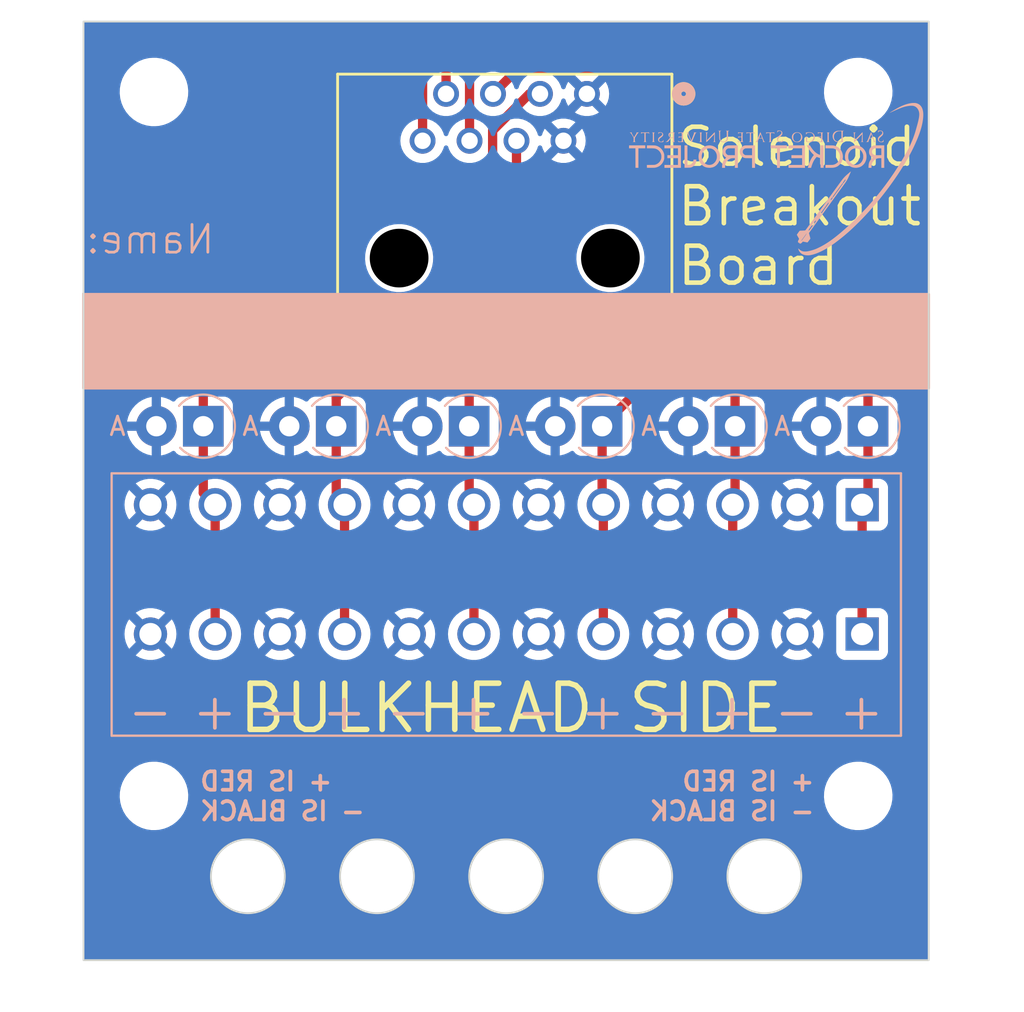
<source format=kicad_pcb>
(kicad_pcb (version 20221018) (generator pcbnew)
  (layers (0 "F.Cu" signal) (31 "B.Cu" power) (34 "B.Paste" user) (35 "F.Paste" user) (36 "B.SilkS" user "B.Silkscreen") (37 "F.SilkS" user "F.Silkscreen") (38 "B.Mask" user) (39 "F.Mask" user) (44 "Edge.Cuts" user))
  (net 0 "")
  (net 1 "SOL 1")
  (net 2 "GND")
  (net 3 "SOL 2")
  (net 4 "SOL 3")
  (net 5 "SOL 4")
  (net 6 "SOL 5")
  (net 7 "SOL 6")
  (footprint "MountingHole:MountingHole_3.2mm_M3" (layer "F.Cu") (at 29.21 29.21)
    (fp_text reference "H1" hide)
    (fp_text value "MountingHole")
    (pad "" np_thru_hole circle (at 0 0) (size 3.2 3.2) (drill 3.2) (layers "*.Cu" "*.Mask"))
  )
  (footprint "MTJ_883X1:CONN_MTJ-883X1_ADM" (layer "F.Cu") (at 52.6316 29.3107)
    (fp_text reference "U1" hide)
    (fp_text value "MTJ-883X1")
    (pad "" np_thru_hole circle (at -10.16 8.89) (size 3.175 3.175) (drill 3.175) (layers "*.Mask"))
    (pad "" np_thru_hole circle (at 1.27 8.89) (size 3.175 3.175) (drill 3.175) (layers "*.Mask"))
    (pad "1" thru_hole circle (at 0 0) (size 1.397 1.397) (drill 0.889) (layers "*.Cu" "*.Mask") (net 2 "GND"))
    (pad "2" thru_hole circle (at -1.27 2.54) (size 1.397 1.397) (drill 0.889) (layers "*.Cu" "*.Mask") (net 2 "GND"))
    (pad "3" thru_hole circle (at -2.54 0) (size 1.397 1.397) (drill 0.889) (layers "*.Cu" "*.Mask") (net 7 "SOL 6"))
    (pad "4" thru_hole circle (at -3.81 2.54) (size 1.397 1.397) (drill 0.889) (layers "*.Cu" "*.Mask") (net 6 "SOL 5"))
    (pad "5" thru_hole circle (at -5.08 0) (size 1.397 1.397) (drill 0.889) (layers "*.Cu" "*.Mask") (net 5 "SOL 4"))
    (pad "6" thru_hole circle (at -6.35 2.54) (size 1.397 1.397) (drill 0.889) (layers "*.Cu" "*.Mask") (net 4 "SOL 3"))
    (pad "7" thru_hole circle (at -7.62 0) (size 1.397 1.397) (drill 0.889) (layers "*.Cu" "*.Mask") (net 3 "SOL 2"))
    (pad "8" thru_hole circle (at -8.89 2.54) (size 1.397 1.397) (drill 0.889) (layers "*.Cu" "*.Mask") (net 1 "SOL 1"))
  )
  (footprint "MountingHole:MountingHole_3.2mm_M3" (layer "F.Cu") (at 67.31 29.21)
    (fp_text reference "H2" hide)
    (fp_text value "MountingHole")
    (pad "" np_thru_hole circle (at 0 0) (size 3.2 3.2) (drill 3.2) (layers "*.Cu" "*.Mask"))
  )
  (footprint "MountingHole:MountingHole_3.2mm_M3" (layer "F.Cu") (at 67.31 67.31)
    (fp_text reference "H3" hide)
    (fp_text value "MountingHole")
    (pad "" np_thru_hole circle (at 0 0) (size 3.2 3.2) (drill 3.2) (layers "*.Cu" "*.Mask"))
  )
  (footprint "MountingHole:MountingHole_3.2mm_M3" (layer "F.Cu") (at 29.21 67.31)
    (fp_text reference "H4" hide)
    (fp_text value "MountingHole")
    (pad "" np_thru_hole circle (at 0 0) (size 3.2 3.2) (drill 3.2) (layers "*.Cu" "*.Mask"))
  )
  (footprint "TBLH10_350_12BK:CUI_TBLH10-350-12BK" (layer "B.Cu") (at 67.52 51.55 180)
    (fp_text reference "J1" hide)
    (fp_text value "TBLH10-350-12BK")
    (pad "1_A" thru_hole rect (at 0 0 180) (size 1.8 1.8) (drill 1.2) (layers "*.Cu" "*.Mask") (net 1 "SOL 1"))
    (pad "1_B" thru_hole rect (at 0 -7 180) (size 1.8 1.8) (drill 1.2) (layers "*.Cu" "*.Mask") (net 1 "SOL 1"))
    (pad "2_A" thru_hole circle (at 3.5 0 180) (size 1.8 1.8) (drill 1.2) (layers "*.Cu" "*.Mask") (net 2 "GND"))
    (pad "2_B" thru_hole circle (at 3.5 -7 180) (size 1.8 1.8) (drill 1.2) (layers "*.Cu" "*.Mask") (net 2 "GND"))
    (pad "3_A" thru_hole circle (at 7 0 180) (size 1.8 1.8) (drill 1.2) (layers "*.Cu" "*.Mask") (net 3 "SOL 2"))
    (pad "3_B" thru_hole circle (at 7 -7 180) (size 1.8 1.8) (drill 1.2) (layers "*.Cu" "*.Mask") (net 3 "SOL 2"))
    (pad "4_A" thru_hole circle (at 10.5 0 180) (size 1.8 1.8) (drill 1.2) (layers "*.Cu" "*.Mask") (net 2 "GND"))
    (pad "4_B" thru_hole circle (at 10.5 -7 180) (size 1.8 1.8) (drill 1.2) (layers "*.Cu" "*.Mask") (net 2 "GND"))
    (pad "5_A" thru_hole circle (at 14 0 180) (size 1.8 1.8) (drill 1.2) (layers "*.Cu" "*.Mask") (net 4 "SOL 3"))
    (pad "5_B" thru_hole circle (at 14 -7 180) (size 1.8 1.8) (drill 1.2) (layers "*.Cu" "*.Mask") (net 4 "SOL 3"))
    (pad "6_A" thru_hole circle (at 17.5 0 180) (size 1.8 1.8) (drill 1.2) (layers "*.Cu" "*.Mask") (net 2 "GND"))
    (pad "6_B" thru_hole circle (at 17.5 -7 180) (size 1.8 1.8) (drill 1.2) (layers "*.Cu" "*.Mask") (net 2 "GND"))
    (pad "7_A" thru_hole circle (at 21 0 180) (size 1.8 1.8) (drill 1.2) (layers "*.Cu" "*.Mask") (net 5 "SOL 4"))
    (pad "7_B" thru_hole circle (at 21 -7 180) (size 1.8 1.8) (drill 1.2) (layers "*.Cu" "*.Mask") (net 5 "SOL 4"))
    (pad "8_A" thru_hole circle (at 24.5 0 180) (size 1.8 1.8) (drill 1.2) (layers "*.Cu" "*.Mask") (net 2 "GND"))
    (pad "8_B" thru_hole circle (at 24.5 -7 180) (size 1.8 1.8) (drill 1.2) (layers "*.Cu" "*.Mask") (net 2 "GND"))
    (pad "9_A" thru_hole circle (at 28 0 180) (size 1.8 1.8) (drill 1.2) (layers "*.Cu" "*.Mask") (net 6 "SOL 5"))
    (pad "9_B" thru_hole circle (at 28 -7 180) (size 1.8 1.8) (drill 1.2) (layers "*.Cu" "*.Mask") (net 6 "SOL 5"))
    (pad "10_A" thru_hole circle (at 31.5 0 180) (size 1.8 1.8) (drill 1.2) (layers "*.Cu" "*.Mask") (net 2 "GND"))
    (pad "10_B" thru_hole circle (at 31.5 -7 180) (size 1.8 1.8) (drill 1.2) (layers "*.Cu" "*.Mask") (net 2 "GND"))
    (pad "11_A" thru_hole circle (at 35 0 180) (size 1.8 1.8) (drill 1.2) (layers "*.Cu" "*.Mask") (net 7 "SOL 6"))
    (pad "11_B" thru_hole circle (at 35 -7 180) (size 1.8 1.8) (drill 1.2) (layers "*.Cu" "*.Mask") (net 7 "SOL 6"))
    (pad "12_A" thru_hole circle (at 38.5 0 180) (size 1.8 1.8) (drill 1.2) (layers "*.Cu" "*.Mask") (net 2 "GND"))
    (pad "12_B" thru_hole circle (at 38.5 -7 180) (size 1.8 1.8) (drill 1.2) (layers "*.Cu" "*.Mask") (net 2 "GND"))
  )
  (footprint "Diode_THT:D_DO-41_SOD81_P2.54mm_Vertical_AnodeUp" (layer "B.Cu") (at 60.646 47.3 180)
    (fp_text reference "D2" hide)
    (fp_text value "1N4007")
    (fp_text user "A" (at 4.64 0) (layer "B.SilkS") (effects (justify mirror)))
    (pad "1" thru_hole rect (at 0 0 180) (size 2.2 2.2) (drill 1.1) (layers "*.Cu" "*.Mask") (net 3 "SOL 2"))
    (pad "2" thru_hole oval (at 2.54 0 180) (size 2.2 2.2) (drill 1.1) (layers "*.Cu" "*.Mask") (net 2 "GND"))
  )
  (footprint "Diode_THT:D_DO-41_SOD81_P2.54mm_Vertical_AnodeUp" (layer "B.Cu") (at 67.838 47.3 180)
    (fp_text reference "D1" hide)
    (fp_text value "1N4007")
    (fp_text user "A" (at 4.64 0) (layer "B.SilkS") (effects (justify mirror)))
    (pad "1" thru_hole rect (at 0 0 180) (size 2.2 2.2) (drill 1.1) (layers "*.Cu" "*.Mask") (net 1 "SOL 1"))
    (pad "2" thru_hole oval (at 2.54 0 180) (size 2.2 2.2) (drill 1.1) (layers "*.Cu" "*.Mask") (net 2 "GND"))
  )
  (footprint "Diode_THT:D_DO-41_SOD81_P2.54mm_Vertical_AnodeUp" (layer "B.Cu") (at 46.262 47.3 180)
    (fp_text reference "D4" hide)
    (fp_text value "1N4007")
    (fp_text user "A" (at 4.64 0) (layer "B.SilkS") (effects (justify mirror)))
    (pad "1" thru_hole rect (at 0 0 180) (size 2.2 2.2) (drill 1.1) (layers "*.Cu" "*.Mask") (net 5 "SOL 4"))
    (pad "2" thru_hole oval (at 2.54 0 180) (size 2.2 2.2) (drill 1.1) (layers "*.Cu" "*.Mask") (net 2 "GND"))
  )
  (footprint "Diode_THT:D_DO-41_SOD81_P2.54mm_Vertical_AnodeUp" (layer "B.Cu") (at 53.454 47.3 180)
    (fp_text reference "D3" hide)
    (fp_text value "1N4007")
    (fp_text user "A" (at 4.64 0) (layer "B.SilkS") (effects (justify mirror)))
    (pad "1" thru_hole rect (at 0 0 180) (size 2.2 2.2) (drill 1.1) (layers "*.Cu" "*.Mask") (net 4 "SOL 3"))
    (pad "2" thru_hole oval (at 2.54 0 180) (size 2.2 2.2) (drill 1.1) (layers "*.Cu" "*.Mask") (net 2 "GND"))
  )
  (footprint "Diode_THT:D_DO-41_SOD81_P2.54mm_Vertical_AnodeUp" (layer "B.Cu") (at 31.878 47.3 180)
    (fp_text reference "D6" hide)
    (fp_text value "1N4007")
    (fp_text user "A" (at 4.64 0) (layer "B.SilkS") (effects (justify mirror)))
    (pad "1" thru_hole rect (at 0 0 180) (size 2.2 2.2) (drill 1.1) (layers "*.Cu" "*.Mask") (net 7 "SOL 6"))
    (pad "2" thru_hole oval (at 2.54 0 180) (size 2.2 2.2) (drill 1.1) (layers "*.Cu" "*.Mask") (net 2 "GND"))
  )
  (footprint "LOGO:RP_Logo" (layer "B.Cu") (at 62.87 33.93 180)
    (fp_text reference "G***" hide)
    (fp_text value "LOGO" hide)
  )
  (footprint "Diode_THT:D_DO-41_SOD81_P2.54mm_Vertical_AnodeUp" (layer "B.Cu") (at 39.07 47.3 180)
    (fp_text reference "D5" hide)
    (fp_text value "1N4007")
    (fp_text user "A" (at 4.64 0) (layer "B.SilkS") (effects (justify mirror)))
    (pad "1" thru_hole rect (at 0 0 180) (size 2.2 2.2) (drill 1.1) (layers "*.Cu" "*.Mask") (net 6 "SOL 5"))
    (pad "2" thru_hole oval (at 2.54 0 180) (size 2.2 2.2) (drill 1.1) (layers "*.Cu" "*.Mask") (net 2 "GND"))
  )
  (gr_rect (start 25.4 40.16) (end 71.12 45.24) (stroke (width 0.15)) (fill solid) (layer "B.SilkS"))
  (gr_circle (center 34.29 71.66) (end 36.29 71.66) (stroke (width 0.1)) (fill none) (layer "Edge.Cuts"))
  (gr_rect (start 25.4 25.4) (end 71.12 76.2) (stroke (width 0.1)) (fill none) (layer "Edge.Cuts"))
  (gr_circle (center 55.245 71.66) (end 57.245 71.66) (stroke (width 0.1)) (fill none) (layer "Edge.Cuts"))
  (gr_circle (center 41.275 71.66) (end 43.275 71.66) (stroke (width 0.1)) (fill none) (layer "Edge.Cuts"))
  (gr_circle (center 62.23 71.66) (end 64.23 71.66) (stroke (width 0.1)) (fill none) (layer "Edge.Cuts"))
  (gr_circle (center 48.26 71.66) (end 50.26 71.66) (stroke (width 0.1)) (fill none) (layer "Edge.Cuts"))
  (gr_text "Name:" (at 32.58 38.07) (layer "B.SilkS") (effects (font (size 1.5 1.5)) (justify left bottom mirror)))
  (gr_text "-" (at 65.352319 63.88) (layer "B.SilkS") (effects (font (size 2 2) (thickness 0.2)) (justify left bottom mirror)))
  (gr_text "+" (at 68.85 63.88) (layer "B.SilkS") (effects (font (size 2 2) (thickness 0.2)) (justify left bottom mirror)))
  (gr_text "+ IS RED\n- IS BLACK" (at 65.04 68.72) (layer "B.SilkS") (effects (font (size 1 1) (thickness 0.2)) (justify left bottom mirror)))
  (gr_text "-" (at 58.356957 63.88) (layer "B.SilkS") (effects (font (size 2 2) (thickness 0.2)) (justify left bottom mirror)))
  (gr_text "-" (at 44.366233 63.88) (layer "B.SilkS") (effects (font (size 2 2) (thickness 0.2)) (justify left bottom mirror)))
  (gr_text "+" (at 33.87319 63.88) (layer "B.SilkS") (effects (font (size 2 2) (thickness 0.2)) (justify left bottom mirror)))
  (gr_text "-" (at 30.375509 63.88) (layer "B.SilkS") (effects (font (size 2 2) (thickness 0.2)) (justify left bottom mirror)))
  (gr_text "-" (at 51.361595 63.88) (layer "B.SilkS") (effects (font (size 2 2) (thickness 0.2)) (justify left bottom mirror)))
  (gr_text "+" (at 40.868552 63.88) (layer "B.SilkS") (effects (font (size 2 2) (thickness 0.2)) (justify left bottom mirror)))
  (gr_text "-" (at 37.370871 63.88) (layer "B.SilkS") (effects (font (size 2 2) (thickness 0.2)) (justify left bottom mirror)))
  (gr_text "+ IS RED\n- IS BLACK" (at 31.6 68.72) (layer "B.SilkS") (effects (font (size 1 1) (thickness 0.2)) (justify right bottom mirror)))
  (gr_text "+" (at 47.863914 63.88) (layer "B.SilkS") (effects (font (size 2 2) (thickness 0.2)) (justify left bottom mirror)))
  (gr_text "+" (at 61.854638 63.88) (layer "B.SilkS") (effects (font (size 2 2) (thickness 0.2)) (justify left bottom mirror)))
  (gr_text "+" (at 54.859276 63.88) (layer "B.SilkS") (effects (font (size 2 2) (thickness 0.2)) (justify left bottom mirror)))
  (gr_text "Solenoid \nBreakout\nBoard\nV 1.0" (at 57.399 43.0061) (layer "F.SilkS") (effects (font (size 2 2) (thickness 0.25)) (justify left bottom)))
  (gr_text "BULKHEAD SIDE" (at 33.62 64.03) (layer "F.SilkS") (effects (font (size 2.5 2.5) (thickness 0.3)) (justify left bottom)))
  (segment (start 67.52 51.55) (end 67.52 58.55) (width 0.5) (layer "F.Cu") (net 1))
  (segment (start 43.7416 31.8507) (end 43.7416 27.2184) (width 0.5) (layer "F.Cu") (net 1))
  (segment (start 67.838 51.232) (end 67.52 51.55) (width 0.5) (layer "F.Cu") (net 1))
  (segment (start 43.7416 27.2184) (end 45.07 25.89) (width 0.5) (layer "F.Cu") (net 1))
  (segment (start 67.838 47.3) (end 67.838 51.232) (width 0.5) (layer "F.Cu") (net 1))
  (segment (start 59.23 25.89) (end 67.838 34.498) (width 0.5) (layer "F.Cu") (net 1))
  (segment (start 45.07 25.89) (end 59.23 25.89) (width 0.5) (layer "F.Cu") (net 1))
  (segment (start 67.838 34.498) (end 67.838 47.3) (width 0.5) (layer "F.Cu") (net 1))
  (segment (start 45.0116 29.3107) (end 45.0116 27.8384) (width 0.5) (layer "F.Cu") (net 3))
  (segment (start 60.52 51.55) (end 60.52 58.55) (width 0.5) (layer "F.Cu") (net 3))
  (segment (start 60.646 28.556) (end 60.646 47.3) (width 0.5) (layer "F.Cu") (net 3))
  (segment (start 60.646 51.424) (end 60.52 51.55) (width 0.5) (layer "F.Cu") (net 3))
  (segment (start 60.646 47.3) (end 60.646 51.424) (width 0.5) (layer "F.Cu") (net 3))
  (segment (start 45.0116 27.8384) (end 46.26 26.59) (width 0.5) (layer "F.Cu") (net 3))
  (segment (start 58.68 26.59) (end 60.646 28.556) (width 0.5) (layer "F.Cu") (net 3))
  (segment (start 46.26 26.59) (end 58.68 26.59) (width 0.5) (layer "F.Cu") (net 3))
  (segment (start 47.04 27.29) (end 55.15 27.29) (width 0.5) (layer "F.Cu") (net 4))
  (segment (start 57.46 29.6) (end 57.46 43.294) (width 0.5) (layer "F.Cu") (net 4))
  (segment (start 57.46 43.294) (end 53.454 47.3) (width 0.5) (layer "F.Cu") (net 4))
  (segment (start 53.454 51.484) (end 53.52 51.55) (width 0.5) (layer "F.Cu") (net 4))
  (segment (start 53.52 51.55) (end 53.52 58.55) (width 0.5) (layer "F.Cu") (net 4))
  (segment (start 53.454 47.3) (end 53.454 51.484) (width 0.5) (layer "F.Cu") (net 4))
  (segment (start 46.2816 28.0484) (end 47.04 27.29) (width 0.5) (layer "F.Cu") (net 4))
  (segment (start 46.2816 31.8507) (end 46.2816 28.0484) (width 0.5) (layer "F.Cu") (net 4))
  (segment (start 55.15 27.29) (end 57.46 29.6) (width 0.5) (layer "F.Cu") (net 4))
  (segment (start 46.262 42.858) (end 46.262 47.3) (width 0.5) (layer "F.Cu") (net 5))
  (segment (start 46.262 47.3) (end 46.262 51.292) (width 0.5) (layer "F.Cu") (net 5))
  (segment (start 47.5516 29.3107) (end 48.8723 27.99) (width 0.5) (layer "F.Cu") (net 5))
  (segment (start 46.262 51.292) (end 46.52 51.55) (width 0.5) (layer "F.Cu") (net 5))
  (segment (start 48.8723 27.99) (end 53.72 27.99) (width 0.5) (layer "F.Cu") (net 5))
  (segment (start 53.72 27.99) (end 54.98 29.25) (width 0.5) (layer "F.Cu") (net 5))
  (segment (start 54.98 34.14) (end 46.262 42.858) (width 0.5) (layer "F.Cu") (net 5))
  (segment (start 46.52 51.55) (end 46.52 58.55) (width 0.5) (layer "F.Cu") (net 5))
  (segment (start 54.98 29.25) (end 54.98 34.14) (width 0.5) (layer "F.Cu") (net 5))
  (segment (start 39.52 51.55) (end 39.52 58.55) (width 0.5) (layer "F.Cu") (net 6))
  (segment (start 39.07 47.3) (end 39.07 51.1) (width 0.5) (layer "F.Cu") (net 6))
  (segment (start 48.8216 36.0084) (end 39.07 45.76) (width 0.5) (layer "F.Cu") (net 6))
  (segment (start 48.8216 31.8507) (end 48.8216 36.0084) (width 0.5) (layer "F.Cu") (net 6))
  (segment (start 39.07 51.1) (end 39.52 51.55) (width 0.5) (layer "F.Cu") (net 6))
  (segment (start 39.07 45.76) (end 39.07 47.3) (width 0.5) (layer "F.Cu") (net 6))
  (segment (start 47.53 33.93) (end 45.97 35.49) (width 0.5) (layer "F.Cu") (net 7))
  (segment (start 50.0916 29.3107) (end 49.5193 29.3107) (width 0.5) (layer "F.Cu") (net 7))
  (segment (start 31.878 50.908) (end 32.52 51.55) (width 0.5) (layer "F.Cu") (net 7))
  (segment (start 47.53 31.3) (end 47.53 33.93) (width 0.5) (layer "F.Cu") (net 7))
  (segment (start 45.97 35.49) (end 37.6 35.49) (width 0.5) (layer "F.Cu") (net 7))
  (segment (start 31.878 47.3) (end 31.878 50.908) (width 0.5) (layer "F.Cu") (net 7))
  (segment (start 37.6 35.49) (end 31.878 41.212) (width 0.5) (layer "F.Cu") (net 7))
  (segment (start 49.5193 29.3107) (end 47.53 31.3) (width 0.5) (layer "F.Cu") (net 7))
  (segment (start 31.878 41.212) (end 31.878 47.3) (width 0.5) (layer "F.Cu") (net 7))
  (segment (start 32.52 51.55) (end 32.52 58.55) (width 0.5) (layer "F.Cu") (net 7))
  (zone (net 2) (net_name "GND") (layer "B.Cu") (connect_pads (clearance 0.5)) (min_thickness 0.25) (fill yes (thermal_gap 0.5) (thermal_bridge_width 0.5) (island_removal_mode 1) (island_area_min 10))
    (polygon (pts (xy 75.03 24.49) (xy 76.3 78.76) (xy 20.95 79.02) (xy 20.88 24.43)))
  )
)
</source>
